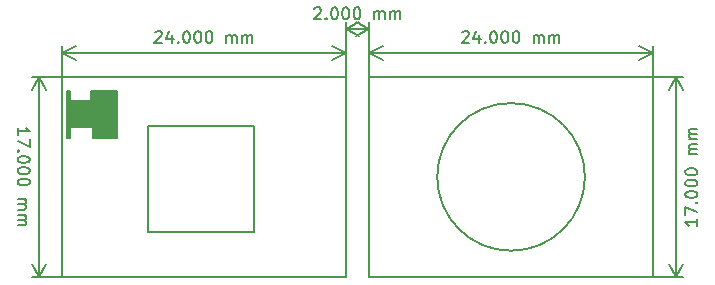
<source format=gbr>
%TF.GenerationSoftware,KiCad,Pcbnew,5.1.6-c6e7f7d~87~ubuntu18.04.1*%
%TF.CreationDate,2020-08-02T18:29:42+02:00*%
%TF.ProjectId,SKnob,534b6e6f-622e-46b6-9963-61645f706362,1.0*%
%TF.SameCoordinates,Original*%
%TF.FileFunction,OtherDrawing,Comment*%
%FSLAX46Y46*%
G04 Gerber Fmt 4.6, Leading zero omitted, Abs format (unit mm)*
G04 Created by KiCad (PCBNEW 5.1.6-c6e7f7d~87~ubuntu18.04.1) date 2020-08-02 18:29:42*
%MOMM*%
%LPD*%
G01*
G04 APERTURE LIST*
%ADD10C,0.150000*%
%ADD11C,0.127000*%
G04 APERTURE END LIST*
D10*
X124333333Y-66247619D02*
X124380952Y-66200000D01*
X124476190Y-66152380D01*
X124714285Y-66152380D01*
X124809523Y-66200000D01*
X124857142Y-66247619D01*
X124904761Y-66342857D01*
X124904761Y-66438095D01*
X124857142Y-66580952D01*
X124285714Y-67152380D01*
X124904761Y-67152380D01*
X125333333Y-67057142D02*
X125380952Y-67104761D01*
X125333333Y-67152380D01*
X125285714Y-67104761D01*
X125333333Y-67057142D01*
X125333333Y-67152380D01*
X126000000Y-66152380D02*
X126095238Y-66152380D01*
X126190476Y-66200000D01*
X126238095Y-66247619D01*
X126285714Y-66342857D01*
X126333333Y-66533333D01*
X126333333Y-66771428D01*
X126285714Y-66961904D01*
X126238095Y-67057142D01*
X126190476Y-67104761D01*
X126095238Y-67152380D01*
X126000000Y-67152380D01*
X125904761Y-67104761D01*
X125857142Y-67057142D01*
X125809523Y-66961904D01*
X125761904Y-66771428D01*
X125761904Y-66533333D01*
X125809523Y-66342857D01*
X125857142Y-66247619D01*
X125904761Y-66200000D01*
X126000000Y-66152380D01*
X126952380Y-66152380D02*
X127047619Y-66152380D01*
X127142857Y-66200000D01*
X127190476Y-66247619D01*
X127238095Y-66342857D01*
X127285714Y-66533333D01*
X127285714Y-66771428D01*
X127238095Y-66961904D01*
X127190476Y-67057142D01*
X127142857Y-67104761D01*
X127047619Y-67152380D01*
X126952380Y-67152380D01*
X126857142Y-67104761D01*
X126809523Y-67057142D01*
X126761904Y-66961904D01*
X126714285Y-66771428D01*
X126714285Y-66533333D01*
X126761904Y-66342857D01*
X126809523Y-66247619D01*
X126857142Y-66200000D01*
X126952380Y-66152380D01*
X127904761Y-66152380D02*
X128000000Y-66152380D01*
X128095238Y-66200000D01*
X128142857Y-66247619D01*
X128190476Y-66342857D01*
X128238095Y-66533333D01*
X128238095Y-66771428D01*
X128190476Y-66961904D01*
X128142857Y-67057142D01*
X128095238Y-67104761D01*
X128000000Y-67152380D01*
X127904761Y-67152380D01*
X127809523Y-67104761D01*
X127761904Y-67057142D01*
X127714285Y-66961904D01*
X127666666Y-66771428D01*
X127666666Y-66533333D01*
X127714285Y-66342857D01*
X127761904Y-66247619D01*
X127809523Y-66200000D01*
X127904761Y-66152380D01*
X129428571Y-67152380D02*
X129428571Y-66485714D01*
X129428571Y-66580952D02*
X129476190Y-66533333D01*
X129571428Y-66485714D01*
X129714285Y-66485714D01*
X129809523Y-66533333D01*
X129857142Y-66628571D01*
X129857142Y-67152380D01*
X129857142Y-66628571D02*
X129904761Y-66533333D01*
X130000000Y-66485714D01*
X130142857Y-66485714D01*
X130238095Y-66533333D01*
X130285714Y-66628571D01*
X130285714Y-67152380D01*
X130761904Y-67152380D02*
X130761904Y-66485714D01*
X130761904Y-66580952D02*
X130809523Y-66533333D01*
X130904761Y-66485714D01*
X131047619Y-66485714D01*
X131142857Y-66533333D01*
X131190476Y-66628571D01*
X131190476Y-67152380D01*
X131190476Y-66628571D02*
X131238095Y-66533333D01*
X131333333Y-66485714D01*
X131476190Y-66485714D01*
X131571428Y-66533333D01*
X131619047Y-66628571D01*
X131619047Y-67152380D01*
X127000000Y-68000000D02*
X129000000Y-68000000D01*
X127000000Y-72500000D02*
X127000000Y-67413579D01*
X129000000Y-72500000D02*
X129000000Y-67413579D01*
X129000000Y-68000000D02*
X127873496Y-68586421D01*
X129000000Y-68000000D02*
X127873496Y-67413579D01*
X127000000Y-68000000D02*
X128126504Y-68586421D01*
X127000000Y-68000000D02*
X128126504Y-67413579D01*
X153000000Y-72000000D02*
X129000000Y-72000000D01*
X153000000Y-89000000D02*
X153000000Y-72000000D01*
X129000000Y-89000000D02*
X153000000Y-89000000D01*
X129000000Y-72000000D02*
X129000000Y-89000000D01*
X127000000Y-72000000D02*
X103000000Y-72000000D01*
X127000000Y-89000000D02*
X127000000Y-72000000D01*
X103000000Y-89000000D02*
X127000000Y-89000000D01*
X103000000Y-72000000D02*
X103000000Y-89000000D01*
X99247620Y-76928571D02*
X99247620Y-76357142D01*
X99247620Y-76642857D02*
X100247620Y-76642857D01*
X100104762Y-76547619D01*
X100009524Y-76452380D01*
X99961905Y-76357142D01*
X100247620Y-77261904D02*
X100247620Y-77928571D01*
X99247620Y-77500000D01*
X99342858Y-78309523D02*
X99295239Y-78357142D01*
X99247620Y-78309523D01*
X99295239Y-78261904D01*
X99342858Y-78309523D01*
X99247620Y-78309523D01*
X100247620Y-78976190D02*
X100247620Y-79071428D01*
X100200001Y-79166666D01*
X100152381Y-79214285D01*
X100057143Y-79261904D01*
X99866667Y-79309523D01*
X99628572Y-79309523D01*
X99438096Y-79261904D01*
X99342858Y-79214285D01*
X99295239Y-79166666D01*
X99247620Y-79071428D01*
X99247620Y-78976190D01*
X99295239Y-78880952D01*
X99342858Y-78833333D01*
X99438096Y-78785714D01*
X99628572Y-78738095D01*
X99866667Y-78738095D01*
X100057143Y-78785714D01*
X100152381Y-78833333D01*
X100200001Y-78880952D01*
X100247620Y-78976190D01*
X100247620Y-79928571D02*
X100247620Y-80023809D01*
X100200001Y-80119047D01*
X100152381Y-80166666D01*
X100057143Y-80214285D01*
X99866667Y-80261904D01*
X99628572Y-80261904D01*
X99438096Y-80214285D01*
X99342858Y-80166666D01*
X99295239Y-80119047D01*
X99247620Y-80023809D01*
X99247620Y-79928571D01*
X99295239Y-79833333D01*
X99342858Y-79785714D01*
X99438096Y-79738095D01*
X99628572Y-79690476D01*
X99866667Y-79690476D01*
X100057143Y-79738095D01*
X100152381Y-79785714D01*
X100200001Y-79833333D01*
X100247620Y-79928571D01*
X100247620Y-80880952D02*
X100247620Y-80976190D01*
X100200001Y-81071428D01*
X100152381Y-81119047D01*
X100057143Y-81166666D01*
X99866667Y-81214285D01*
X99628572Y-81214285D01*
X99438096Y-81166666D01*
X99342858Y-81119047D01*
X99295239Y-81071428D01*
X99247620Y-80976190D01*
X99247620Y-80880952D01*
X99295239Y-80785714D01*
X99342858Y-80738095D01*
X99438096Y-80690476D01*
X99628572Y-80642857D01*
X99866667Y-80642857D01*
X100057143Y-80690476D01*
X100152381Y-80738095D01*
X100200001Y-80785714D01*
X100247620Y-80880952D01*
X99247620Y-82404761D02*
X99914286Y-82404761D01*
X99819048Y-82404761D02*
X99866667Y-82452380D01*
X99914286Y-82547619D01*
X99914286Y-82690476D01*
X99866667Y-82785714D01*
X99771429Y-82833333D01*
X99247620Y-82833333D01*
X99771429Y-82833333D02*
X99866667Y-82880952D01*
X99914286Y-82976190D01*
X99914286Y-83119047D01*
X99866667Y-83214285D01*
X99771429Y-83261904D01*
X99247620Y-83261904D01*
X99247620Y-83738095D02*
X99914286Y-83738095D01*
X99819048Y-83738095D02*
X99866667Y-83785714D01*
X99914286Y-83880952D01*
X99914286Y-84023809D01*
X99866667Y-84119047D01*
X99771429Y-84166666D01*
X99247620Y-84166666D01*
X99771429Y-84166666D02*
X99866667Y-84214285D01*
X99914286Y-84309523D01*
X99914286Y-84452380D01*
X99866667Y-84547619D01*
X99771429Y-84595238D01*
X99247620Y-84595238D01*
X101000001Y-72000000D02*
X101000001Y-89000000D01*
X103000000Y-72000000D02*
X100413580Y-72000000D01*
X103000000Y-89000000D02*
X100413580Y-89000000D01*
X101000001Y-89000000D02*
X100413580Y-87873496D01*
X101000001Y-89000000D02*
X101586422Y-87873496D01*
X101000001Y-72000000D02*
X100413580Y-73126504D01*
X101000001Y-72000000D02*
X101586422Y-73126504D01*
X99247620Y-76928571D02*
X99247620Y-76357142D01*
X99247620Y-76642857D02*
X100247620Y-76642857D01*
X100104762Y-76547619D01*
X100009524Y-76452380D01*
X99961905Y-76357142D01*
X100247620Y-77261904D02*
X100247620Y-77928571D01*
X99247620Y-77500000D01*
X99342858Y-78309523D02*
X99295239Y-78357142D01*
X99247620Y-78309523D01*
X99295239Y-78261904D01*
X99342858Y-78309523D01*
X99247620Y-78309523D01*
X100247620Y-78976190D02*
X100247620Y-79071428D01*
X100200001Y-79166666D01*
X100152381Y-79214285D01*
X100057143Y-79261904D01*
X99866667Y-79309523D01*
X99628572Y-79309523D01*
X99438096Y-79261904D01*
X99342858Y-79214285D01*
X99295239Y-79166666D01*
X99247620Y-79071428D01*
X99247620Y-78976190D01*
X99295239Y-78880952D01*
X99342858Y-78833333D01*
X99438096Y-78785714D01*
X99628572Y-78738095D01*
X99866667Y-78738095D01*
X100057143Y-78785714D01*
X100152381Y-78833333D01*
X100200001Y-78880952D01*
X100247620Y-78976190D01*
X100247620Y-79928571D02*
X100247620Y-80023809D01*
X100200001Y-80119047D01*
X100152381Y-80166666D01*
X100057143Y-80214285D01*
X99866667Y-80261904D01*
X99628572Y-80261904D01*
X99438096Y-80214285D01*
X99342858Y-80166666D01*
X99295239Y-80119047D01*
X99247620Y-80023809D01*
X99247620Y-79928571D01*
X99295239Y-79833333D01*
X99342858Y-79785714D01*
X99438096Y-79738095D01*
X99628572Y-79690476D01*
X99866667Y-79690476D01*
X100057143Y-79738095D01*
X100152381Y-79785714D01*
X100200001Y-79833333D01*
X100247620Y-79928571D01*
X100247620Y-80880952D02*
X100247620Y-80976190D01*
X100200001Y-81071428D01*
X100152381Y-81119047D01*
X100057143Y-81166666D01*
X99866667Y-81214285D01*
X99628572Y-81214285D01*
X99438096Y-81166666D01*
X99342858Y-81119047D01*
X99295239Y-81071428D01*
X99247620Y-80976190D01*
X99247620Y-80880952D01*
X99295239Y-80785714D01*
X99342858Y-80738095D01*
X99438096Y-80690476D01*
X99628572Y-80642857D01*
X99866667Y-80642857D01*
X100057143Y-80690476D01*
X100152381Y-80738095D01*
X100200001Y-80785714D01*
X100247620Y-80880952D01*
X99247620Y-82404761D02*
X99914286Y-82404761D01*
X99819048Y-82404761D02*
X99866667Y-82452380D01*
X99914286Y-82547619D01*
X99914286Y-82690476D01*
X99866667Y-82785714D01*
X99771429Y-82833333D01*
X99247620Y-82833333D01*
X99771429Y-82833333D02*
X99866667Y-82880952D01*
X99914286Y-82976190D01*
X99914286Y-83119047D01*
X99866667Y-83214285D01*
X99771429Y-83261904D01*
X99247620Y-83261904D01*
X99247620Y-83738095D02*
X99914286Y-83738095D01*
X99819048Y-83738095D02*
X99866667Y-83785714D01*
X99914286Y-83880952D01*
X99914286Y-84023809D01*
X99866667Y-84119047D01*
X99771429Y-84166666D01*
X99247620Y-84166666D01*
X99771429Y-84166666D02*
X99866667Y-84214285D01*
X99914286Y-84309523D01*
X99914286Y-84452380D01*
X99866667Y-84547619D01*
X99771429Y-84595238D01*
X99247620Y-84595238D01*
X101000001Y-72000000D02*
X101000001Y-89000000D01*
X103000000Y-72000000D02*
X100413580Y-72000000D01*
X103000000Y-89000000D02*
X100413580Y-89000000D01*
X101000001Y-89000000D02*
X100413580Y-87873496D01*
X101000001Y-89000000D02*
X101586422Y-87873496D01*
X101000001Y-72000000D02*
X100413580Y-73126504D01*
X101000001Y-72000000D02*
X101586422Y-73126504D01*
X110857142Y-68247620D02*
X110904761Y-68200001D01*
X111000000Y-68152381D01*
X111238095Y-68152381D01*
X111333333Y-68200001D01*
X111380952Y-68247620D01*
X111428571Y-68342858D01*
X111428571Y-68438096D01*
X111380952Y-68580953D01*
X110809523Y-69152381D01*
X111428571Y-69152381D01*
X112285714Y-68485715D02*
X112285714Y-69152381D01*
X112047619Y-68104762D02*
X111809523Y-68819048D01*
X112428571Y-68819048D01*
X112809523Y-69057143D02*
X112857142Y-69104762D01*
X112809523Y-69152381D01*
X112761904Y-69104762D01*
X112809523Y-69057143D01*
X112809523Y-69152381D01*
X113476190Y-68152381D02*
X113571428Y-68152381D01*
X113666666Y-68200001D01*
X113714285Y-68247620D01*
X113761904Y-68342858D01*
X113809523Y-68533334D01*
X113809523Y-68771429D01*
X113761904Y-68961905D01*
X113714285Y-69057143D01*
X113666666Y-69104762D01*
X113571428Y-69152381D01*
X113476190Y-69152381D01*
X113380952Y-69104762D01*
X113333333Y-69057143D01*
X113285714Y-68961905D01*
X113238095Y-68771429D01*
X113238095Y-68533334D01*
X113285714Y-68342858D01*
X113333333Y-68247620D01*
X113380952Y-68200001D01*
X113476190Y-68152381D01*
X114428571Y-68152381D02*
X114523809Y-68152381D01*
X114619047Y-68200001D01*
X114666666Y-68247620D01*
X114714285Y-68342858D01*
X114761904Y-68533334D01*
X114761904Y-68771429D01*
X114714285Y-68961905D01*
X114666666Y-69057143D01*
X114619047Y-69104762D01*
X114523809Y-69152381D01*
X114428571Y-69152381D01*
X114333333Y-69104762D01*
X114285714Y-69057143D01*
X114238095Y-68961905D01*
X114190476Y-68771429D01*
X114190476Y-68533334D01*
X114238095Y-68342858D01*
X114285714Y-68247620D01*
X114333333Y-68200001D01*
X114428571Y-68152381D01*
X115380952Y-68152381D02*
X115476190Y-68152381D01*
X115571428Y-68200001D01*
X115619047Y-68247620D01*
X115666666Y-68342858D01*
X115714285Y-68533334D01*
X115714285Y-68771429D01*
X115666666Y-68961905D01*
X115619047Y-69057143D01*
X115571428Y-69104762D01*
X115476190Y-69152381D01*
X115380952Y-69152381D01*
X115285714Y-69104762D01*
X115238095Y-69057143D01*
X115190476Y-68961905D01*
X115142857Y-68771429D01*
X115142857Y-68533334D01*
X115190476Y-68342858D01*
X115238095Y-68247620D01*
X115285714Y-68200001D01*
X115380952Y-68152381D01*
X116904761Y-69152381D02*
X116904761Y-68485715D01*
X116904761Y-68580953D02*
X116952380Y-68533334D01*
X117047619Y-68485715D01*
X117190476Y-68485715D01*
X117285714Y-68533334D01*
X117333333Y-68628572D01*
X117333333Y-69152381D01*
X117333333Y-68628572D02*
X117380952Y-68533334D01*
X117476190Y-68485715D01*
X117619047Y-68485715D01*
X117714285Y-68533334D01*
X117761904Y-68628572D01*
X117761904Y-69152381D01*
X118238095Y-69152381D02*
X118238095Y-68485715D01*
X118238095Y-68580953D02*
X118285714Y-68533334D01*
X118380952Y-68485715D01*
X118523809Y-68485715D01*
X118619047Y-68533334D01*
X118666666Y-68628572D01*
X118666666Y-69152381D01*
X118666666Y-68628572D02*
X118714285Y-68533334D01*
X118809523Y-68485715D01*
X118952380Y-68485715D01*
X119047619Y-68533334D01*
X119095238Y-68628572D01*
X119095238Y-69152381D01*
X127000000Y-70000001D02*
X103000000Y-70000001D01*
X127000000Y-72000000D02*
X127000000Y-69413580D01*
X103000000Y-72000000D02*
X103000000Y-69413580D01*
X103000000Y-70000001D02*
X104126504Y-69413580D01*
X103000000Y-70000001D02*
X104126504Y-70586422D01*
X127000000Y-70000001D02*
X125873496Y-69413580D01*
X127000000Y-70000001D02*
X125873496Y-70586422D01*
X136857142Y-68247620D02*
X136904761Y-68200001D01*
X137000000Y-68152381D01*
X137238095Y-68152381D01*
X137333333Y-68200001D01*
X137380952Y-68247620D01*
X137428571Y-68342858D01*
X137428571Y-68438096D01*
X137380952Y-68580953D01*
X136809523Y-69152381D01*
X137428571Y-69152381D01*
X138285714Y-68485715D02*
X138285714Y-69152381D01*
X138047619Y-68104762D02*
X137809523Y-68819048D01*
X138428571Y-68819048D01*
X138809523Y-69057143D02*
X138857142Y-69104762D01*
X138809523Y-69152381D01*
X138761904Y-69104762D01*
X138809523Y-69057143D01*
X138809523Y-69152381D01*
X139476190Y-68152381D02*
X139571428Y-68152381D01*
X139666666Y-68200001D01*
X139714285Y-68247620D01*
X139761904Y-68342858D01*
X139809523Y-68533334D01*
X139809523Y-68771429D01*
X139761904Y-68961905D01*
X139714285Y-69057143D01*
X139666666Y-69104762D01*
X139571428Y-69152381D01*
X139476190Y-69152381D01*
X139380952Y-69104762D01*
X139333333Y-69057143D01*
X139285714Y-68961905D01*
X139238095Y-68771429D01*
X139238095Y-68533334D01*
X139285714Y-68342858D01*
X139333333Y-68247620D01*
X139380952Y-68200001D01*
X139476190Y-68152381D01*
X140428571Y-68152381D02*
X140523809Y-68152381D01*
X140619047Y-68200001D01*
X140666666Y-68247620D01*
X140714285Y-68342858D01*
X140761904Y-68533334D01*
X140761904Y-68771429D01*
X140714285Y-68961905D01*
X140666666Y-69057143D01*
X140619047Y-69104762D01*
X140523809Y-69152381D01*
X140428571Y-69152381D01*
X140333333Y-69104762D01*
X140285714Y-69057143D01*
X140238095Y-68961905D01*
X140190476Y-68771429D01*
X140190476Y-68533334D01*
X140238095Y-68342858D01*
X140285714Y-68247620D01*
X140333333Y-68200001D01*
X140428571Y-68152381D01*
X141380952Y-68152381D02*
X141476190Y-68152381D01*
X141571428Y-68200001D01*
X141619047Y-68247620D01*
X141666666Y-68342858D01*
X141714285Y-68533334D01*
X141714285Y-68771429D01*
X141666666Y-68961905D01*
X141619047Y-69057143D01*
X141571428Y-69104762D01*
X141476190Y-69152381D01*
X141380952Y-69152381D01*
X141285714Y-69104762D01*
X141238095Y-69057143D01*
X141190476Y-68961905D01*
X141142857Y-68771429D01*
X141142857Y-68533334D01*
X141190476Y-68342858D01*
X141238095Y-68247620D01*
X141285714Y-68200001D01*
X141380952Y-68152381D01*
X142904761Y-69152381D02*
X142904761Y-68485715D01*
X142904761Y-68580953D02*
X142952380Y-68533334D01*
X143047619Y-68485715D01*
X143190476Y-68485715D01*
X143285714Y-68533334D01*
X143333333Y-68628572D01*
X143333333Y-69152381D01*
X143333333Y-68628572D02*
X143380952Y-68533334D01*
X143476190Y-68485715D01*
X143619047Y-68485715D01*
X143714285Y-68533334D01*
X143761904Y-68628572D01*
X143761904Y-69152381D01*
X144238095Y-69152381D02*
X144238095Y-68485715D01*
X144238095Y-68580953D02*
X144285714Y-68533334D01*
X144380952Y-68485715D01*
X144523809Y-68485715D01*
X144619047Y-68533334D01*
X144666666Y-68628572D01*
X144666666Y-69152381D01*
X144666666Y-68628572D02*
X144714285Y-68533334D01*
X144809523Y-68485715D01*
X144952380Y-68485715D01*
X145047619Y-68533334D01*
X145095238Y-68628572D01*
X145095238Y-69152381D01*
X153000000Y-70000001D02*
X129000000Y-70000001D01*
X153000000Y-72000000D02*
X153000000Y-69413580D01*
X129000000Y-72000000D02*
X129000000Y-69413580D01*
X129000000Y-70000001D02*
X130126504Y-69413580D01*
X129000000Y-70000001D02*
X130126504Y-70586422D01*
X153000000Y-70000001D02*
X151873496Y-69413580D01*
X153000000Y-70000001D02*
X151873496Y-70586422D01*
X156752380Y-84071428D02*
X156752380Y-84642857D01*
X156752380Y-84357142D02*
X155752380Y-84357142D01*
X155895238Y-84452380D01*
X155990476Y-84547619D01*
X156038095Y-84642857D01*
X155752380Y-83738095D02*
X155752380Y-83071428D01*
X156752380Y-83500000D01*
X156657142Y-82690476D02*
X156704761Y-82642857D01*
X156752380Y-82690476D01*
X156704761Y-82738095D01*
X156657142Y-82690476D01*
X156752380Y-82690476D01*
X155752380Y-82023809D02*
X155752380Y-81928571D01*
X155800000Y-81833333D01*
X155847619Y-81785714D01*
X155942857Y-81738095D01*
X156133333Y-81690476D01*
X156371428Y-81690476D01*
X156561904Y-81738095D01*
X156657142Y-81785714D01*
X156704761Y-81833333D01*
X156752380Y-81928571D01*
X156752380Y-82023809D01*
X156704761Y-82119047D01*
X156657142Y-82166666D01*
X156561904Y-82214285D01*
X156371428Y-82261904D01*
X156133333Y-82261904D01*
X155942857Y-82214285D01*
X155847619Y-82166666D01*
X155800000Y-82119047D01*
X155752380Y-82023809D01*
X155752380Y-81071428D02*
X155752380Y-80976190D01*
X155800000Y-80880952D01*
X155847619Y-80833333D01*
X155942857Y-80785714D01*
X156133333Y-80738095D01*
X156371428Y-80738095D01*
X156561904Y-80785714D01*
X156657142Y-80833333D01*
X156704761Y-80880952D01*
X156752380Y-80976190D01*
X156752380Y-81071428D01*
X156704761Y-81166666D01*
X156657142Y-81214285D01*
X156561904Y-81261904D01*
X156371428Y-81309523D01*
X156133333Y-81309523D01*
X155942857Y-81261904D01*
X155847619Y-81214285D01*
X155800000Y-81166666D01*
X155752380Y-81071428D01*
X155752380Y-80119047D02*
X155752380Y-80023809D01*
X155800000Y-79928571D01*
X155847619Y-79880952D01*
X155942857Y-79833333D01*
X156133333Y-79785714D01*
X156371428Y-79785714D01*
X156561904Y-79833333D01*
X156657142Y-79880952D01*
X156704761Y-79928571D01*
X156752380Y-80023809D01*
X156752380Y-80119047D01*
X156704761Y-80214285D01*
X156657142Y-80261904D01*
X156561904Y-80309523D01*
X156371428Y-80357142D01*
X156133333Y-80357142D01*
X155942857Y-80309523D01*
X155847619Y-80261904D01*
X155800000Y-80214285D01*
X155752380Y-80119047D01*
X156752380Y-78595238D02*
X156085714Y-78595238D01*
X156180952Y-78595238D02*
X156133333Y-78547619D01*
X156085714Y-78452380D01*
X156085714Y-78309523D01*
X156133333Y-78214285D01*
X156228571Y-78166666D01*
X156752380Y-78166666D01*
X156228571Y-78166666D02*
X156133333Y-78119047D01*
X156085714Y-78023809D01*
X156085714Y-77880952D01*
X156133333Y-77785714D01*
X156228571Y-77738095D01*
X156752380Y-77738095D01*
X156752380Y-77261904D02*
X156085714Y-77261904D01*
X156180952Y-77261904D02*
X156133333Y-77214285D01*
X156085714Y-77119047D01*
X156085714Y-76976190D01*
X156133333Y-76880952D01*
X156228571Y-76833333D01*
X156752380Y-76833333D01*
X156228571Y-76833333D02*
X156133333Y-76785714D01*
X156085714Y-76690476D01*
X156085714Y-76547619D01*
X156133333Y-76452380D01*
X156228571Y-76404761D01*
X156752380Y-76404761D01*
X155000000Y-89000000D02*
X155000000Y-72000000D01*
X153000000Y-89000000D02*
X155586421Y-89000000D01*
X153000000Y-72000000D02*
X155586421Y-72000000D01*
X155000000Y-72000000D02*
X155586421Y-73126504D01*
X155000000Y-72000000D02*
X154413579Y-73126504D01*
X155000000Y-89000000D02*
X155586421Y-87873496D01*
X155000000Y-89000000D02*
X154413579Y-87873496D01*
%TO.C,BT1*%
X147250000Y-80500000D02*
G75*
G03*
X147250000Y-80500000I-6250000J0D01*
G01*
%TO.C,U1*%
X110270000Y-85160000D02*
X119270000Y-85160000D01*
X110270000Y-76160000D02*
X110270000Y-85160000D01*
X119270000Y-76160000D02*
X110270000Y-76160000D01*
X119270000Y-85160000D02*
X119270000Y-76160000D01*
D11*
%TO.C,ANT1*%
G36*
X103400000Y-73200000D02*
G01*
X103675000Y-73200000D01*
X103675000Y-74100000D01*
X105475000Y-74100000D01*
X105475000Y-73200000D01*
X107650000Y-73200000D01*
X107650000Y-77200000D01*
X105575000Y-77200000D01*
X105575000Y-76300000D01*
X103675000Y-76300000D01*
X103675000Y-77200000D01*
X103400000Y-77200000D01*
X103400000Y-73200000D01*
G37*
X103400000Y-73200000D02*
X103675000Y-73200000D01*
X103675000Y-74100000D01*
X105475000Y-74100000D01*
X105475000Y-73200000D01*
X107650000Y-73200000D01*
X107650000Y-77200000D01*
X105575000Y-77200000D01*
X105575000Y-76300000D01*
X103675000Y-76300000D01*
X103675000Y-77200000D01*
X103400000Y-77200000D01*
X103400000Y-73200000D01*
%TD*%
M02*

</source>
